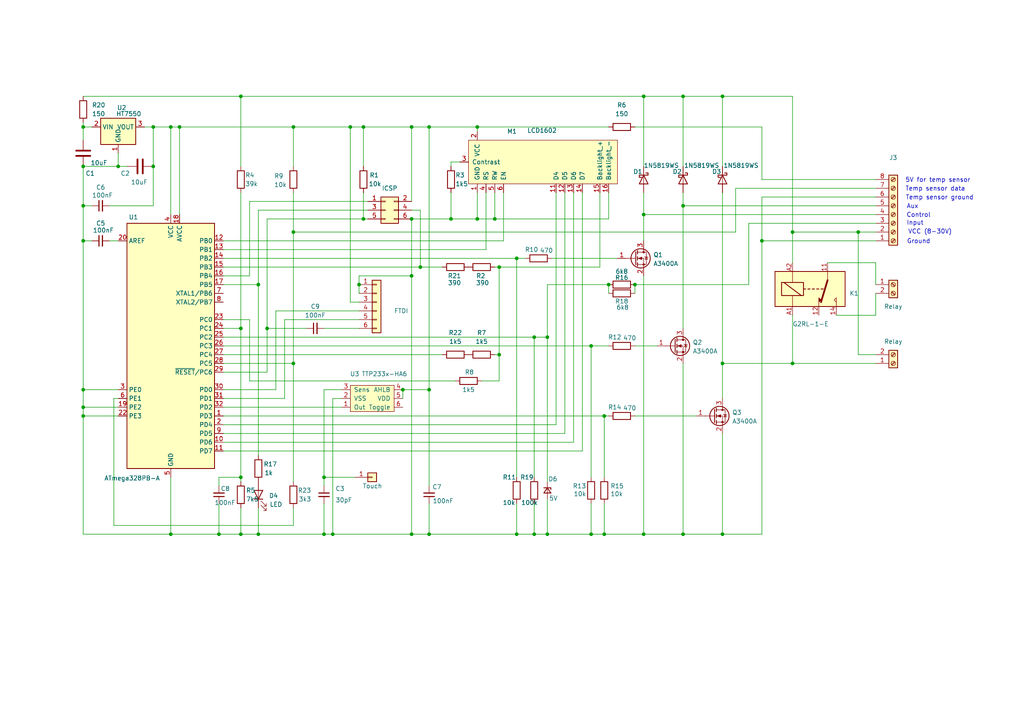
<source format=kicad_sch>
(kicad_sch (version 20231120) (generator "eeschema") (generator_version "8.0")
  (paper "A4")
  (title_block (title "ThermalOptimizer") (date "2025-03-02") (rev "1.1") (company "TheFloatingLab LLC") (comment 1 "Open Source under the GNU GENERAL PUBLIC LICENSE"))
  (lib_symbols
    (symbol "Connector:Screw_Terminal_01x02" (pin_names (offset 1.016) hide)
      (property "Reference" "J" (at 0 2.54 0))
      (property "Value" "Screw_Terminal_01x02" (at 0 -5.08 0))
      (symbol "Screw_Terminal_01x02_1_1"
        (rectangle (start -1.27 1.27) (end 1.27 -3.81) (stroke (width 0.254)) (fill (type background)))
        (circle (center 0 -2.54) (radius 0.635) (stroke (width 0.1524)))
        (polyline (pts (xy -0.5334 -2.2098) (xy 0.3302 -3.048)) (stroke (width 0.1524)))
        (polyline (pts (xy -0.5334 0.3302) (xy 0.3302 -0.508)) (stroke (width 0.1524)))
        (polyline (pts (xy -0.3556 -2.032) (xy 0.508 -2.8702)) (stroke (width 0.1524)))
        (polyline (pts (xy -0.3556 0.508) (xy 0.508 -0.3302)) (stroke (width 0.1524)))
        (circle (center 0 0) (radius 0.635) (stroke (width 0.1524)))
        (pin passive line (at -5.08 0 0) (length 3.81) (name "Pin_1") (number "1"))
        (pin passive line (at -5.08 -2.54 0) (length 3.81) (name "Pin_2") (number "2"))
      )
    )
    (symbol "Connector:Screw_Terminal_01x08" (pin_names (offset 1.016) hide)
      (property "Reference" "J" (at 0 10.16 0))
      (property "Value" "Screw_Terminal_01x08" (at 0 -12.7 0))
      (symbol "Screw_Terminal_01x08_1_1"
        (rectangle (start -1.27 8.89) (end 1.27 -11.43) (stroke (width 0.254)) (fill (type background)))
        (circle (center 0 -10.16) (radius 0.635) (stroke (width 0.1524)))
        (circle (center 0 -7.62) (radius 0.635) (stroke (width 0.1524)))
        (circle (center 0 -5.08) (radius 0.635) (stroke (width 0.1524)))
        (circle (center 0 -2.54) (radius 0.635) (stroke (width 0.1524)))
        (polyline (pts (xy -0.5334 -9.8298) (xy 0.3302 -10.668)) (stroke (width 0.1524)))
        (polyline (pts (xy -0.5334 -7.2898) (xy 0.3302 -8.128)) (stroke (width 0.1524)))
        (polyline (pts (xy -0.5334 -4.7498) (xy 0.3302 -5.588)) (stroke (width 0.1524)))
        (polyline (pts (xy -0.5334 -2.2098) (xy 0.3302 -3.048)) (stroke (width 0.1524)))
        (polyline (pts (xy -0.5334 0.3302) (xy 0.3302 -0.508)) (stroke (width 0.1524)))
        (polyline (pts (xy -0.5334 2.8702) (xy 0.3302 2.032)) (stroke (width 0.1524)))
        (polyline (pts (xy -0.5334 5.4102) (xy 0.3302 4.572)) (stroke (width 0.1524)))
        (polyline (pts (xy -0.5334 7.9502) (xy 0.3302 7.112)) (stroke (width 0.1524)))
        (polyline (pts (xy -0.3556 -9.652) (xy 0.508 -10.4902)) (stroke (width 0.1524)))
        (polyline (pts (xy -0.3556 -7.112) (xy 0.508 -7.9502)) (stroke (width 0.1524)))
        (polyline (pts (xy -0.3556 -4.572) (xy 0.508 -5.4102)) (stroke (width 0.1524)))
        (polyline (pts (xy -0.3556 -2.032) (xy 0.508 -2.8702)) (stroke (width 0.1524)))
        (polyline (pts (xy -0.3556 0.508) (xy 0.508 -0.3302)) (stroke (width 0.1524)))
        (polyline (pts (xy -0.3556 3.048) (xy 0.508 2.2098)) (stroke (width 0.1524)))
        (polyline (pts (xy -0.3556 5.588) (xy 0.508 4.7498)) (stroke (width 0.1524)))
        (polyline (pts (xy -0.3556 8.128) (xy 0.508 7.2898)) (stroke (width 0.1524)))
        (circle (center 0 0) (radius 0.635) (stroke (width 0.1524)))
        (circle (center 0 2.54) (radius 0.635) (stroke (width 0.1524)))
        (circle (center 0 5.08) (radius 0.635) (stroke (width 0.1524)))
        (circle (center 0 7.62) (radius 0.635) (stroke (width 0.1524)))
        (pin passive line (at -5.08 7.62 0) (length 3.81) (name "Pin_1") (number "1"))
        (pin passive line (at -5.08 5.08 0) (length 3.81) (name "Pin_2") (number "2"))
        (pin passive line (at -5.08 2.54 0) (length 3.81) (name "Pin_3") (number "3"))
        (pin passive line (at -5.08 0 0) (length 3.81) (name "Pin_4") (number "4"))
        (pin passive line (at -5.08 -2.54 0) (length 3.81) (name "Pin_5") (number "5"))
        (pin passive line (at -5.08 -5.08 0) (length 3.81) (name "Pin_6") (number "6"))
        (pin passive line (at -5.08 -7.62 0) (length 3.81) (name "Pin_7") (number "7"))
        (pin passive line (at -5.08 -10.16 0) (length 3.81) (name "Pin_8") (number "8"))
      )
    )
    (symbol "Connector_Generic:Conn_01x01" (pin_names (offset 1.016) hide)
      (property "Reference" "J" (at 0 2.54 0))
      (property "Value" "Conn_01x01" (at 0 -2.54 0))
      (symbol "Conn_01x01_1_1"
        (rectangle (start -1.27 0.127) (end 0 -0.127) (stroke (width 0.1524)))
        (rectangle (start -1.27 1.27) (end 1.27 -1.27) (stroke (width 0.254)) (fill (type background)))
        (pin passive line (at -5.08 0 0) (length 3.81) (name "Pin_1") (number "1"))
      )
    )
    (symbol "Connector_Generic:Conn_01x06" (pin_names (offset 1.016) hide)
      (property "Reference" "J" (at 0 7.62 0))
      (property "Value" "Conn_01x06" (at 0 -10.16 0))
      (symbol "Conn_01x06_1_1"
        (rectangle (start -1.27 -7.493) (end 0 -7.747) (stroke (width 0.1524)))
        (rectangle (start -1.27 -4.953) (end 0 -5.207) (stroke (width 0.1524)))
        (rectangle (start -1.27 -2.413) (end 0 -2.667) (stroke (width 0.1524)))
        (rectangle (start -1.27 0.127) (end 0 -0.127) (stroke (width 0.1524)))
        (rectangle (start -1.27 2.667) (end 0 2.413) (stroke (width 0.1524)))
        (rectangle (start -1.27 5.207) (end 0 4.953) (stroke (width 0.1524)))
        (rectangle (start -1.27 6.35) (end 1.27 -8.89) (stroke (width 0.254)) (fill (type background)))
        (pin passive line (at -5.08 5.08 0) (length 3.81) (name "Pin_1") (number "1"))
        (pin passive line (at -5.08 2.54 0) (length 3.81) (name "Pin_2") (number "2"))
        (pin passive line (at -5.08 0 0) (length 3.81) (name "Pin_3") (number "3"))
        (pin passive line (at -5.08 -2.54 0) (length 3.81) (name "Pin_4") (number "4"))
        (pin passive line (at -5.08 -5.08 0) (length 3.81) (name "Pin_5") (number "5"))
        (pin passive line (at -5.08 -7.62 0) (length 3.81) (name "Pin_6") (number "6"))
      )
    )
    (symbol "Connector_Generic:Conn_02x03_Odd_Even" (pin_names (offset 1.016) hide)
      (property "Reference" "J" (at 1.27 5.08 0))
      (property "Value" "Conn_02x03_Odd_Even" (at 1.27 -5.08 0))
      (symbol "Conn_02x03_Odd_Even_1_1"
        (rectangle (start -1.27 -2.413) (end 0 -2.667) (stroke (width 0.1524)))
        (rectangle (start -1.27 0.127) (end 0 -0.127) (stroke (width 0.1524)))
        (rectangle (start -1.27 2.667) (end 0 2.413) (stroke (width 0.1524)))
        (rectangle (start -1.27 3.81) (end 3.81 -3.81) (stroke (width 0.254)) (fill (type background)))
        (rectangle (start 3.81 -2.413) (end 2.54 -2.667) (stroke (width 0.1524)))
        (rectangle (start 3.81 0.127) (end 2.54 -0.127) (stroke (width 0.1524)))
        (rectangle (start 3.81 2.667) (end 2.54 2.413) (stroke (width 0.1524)))
        (pin passive line (at -5.08 2.54 0) (length 3.81) (name "Pin_1") (number "1"))
        (pin passive line (at 7.62 2.54 180) (length 3.81) (name "Pin_2") (number "2"))
        (pin passive line (at -5.08 0 0) (length 3.81) (name "Pin_3") (number "3"))
        (pin passive line (at 7.62 0 180) (length 3.81) (name "Pin_4") (number "4"))
        (pin passive line (at -5.08 -2.54 0) (length 3.81) (name "Pin_5") (number "5"))
        (pin passive line (at 7.62 -2.54 180) (length 3.81) (name "Pin_6") (number "6"))
      )
    )
    (symbol "Device:C" (pin_numbers hide) (pin_names (offset 0.254))
      (property "Reference" "C" (at 0.635 2.54 0))
      (property "Value" "C" (at 0.635 -2.54 0))
      (symbol "C_0_1"
        (polyline (pts (xy -2.032 -0.762) (xy 2.032 -0.762)) (stroke (width 0.508)))
        (polyline (pts (xy -2.032 0.762) (xy 2.032 0.762)) (stroke (width 0.508)))
      )
      (symbol "C_1_1"
        (pin passive line (at 0 3.81 270) (length 2.794) (name "~") (number "1"))
        (pin passive line (at 0 -3.81 90) (length 2.794) (name "~") (number "2"))
      )
    )
    (symbol "Device:C_Small" (pin_numbers hide) (pin_names (offset 0.254) hide)
      (property "Reference" "C" (at 0.254 1.778 0))
      (property "Value" "C_Small" (at 0.254 -2.032 0))
      (symbol "C_Small_0_1"
        (polyline (pts (xy -1.524 -0.508) (xy 1.524 -0.508)) (stroke (width 0.3302)))
        (polyline (pts (xy -1.524 0.508) (xy 1.524 0.508)) (stroke (width 0.3048)))
      )
      (symbol "C_Small_1_1"
        (pin passive line (at 0 2.54 270) (length 2.032) (name "~") (number "1"))
        (pin passive line (at 0 -2.54 90) (length 2.032) (name "~") (number "2"))
      )
    )
    (symbol "Device:D_Zener_Small" (pin_numbers hide) (pin_names (offset 0.254) hide)
      (property "Reference" "D" (at 0 2.286 0))
      (property "Value" "D_Zener_Small" (at 0 -2.286 0))
      (symbol "D_Zener_Small_0_1"
        (polyline (pts (xy 0.762 0) (xy -0.762 0)))
        (polyline (pts (xy -0.254 1.016) (xy -0.762 1.016) (xy -0.762 -1.016)) (stroke (width 0.254)))
        (polyline (pts (xy 0.762 1.016) (xy -0.762 0) (xy 0.762 -1.016) (xy 0.762 1.016)) (stroke (width 0.254)))
      )
      (symbol "D_Zener_Small_1_1"
        (pin passive line (at -2.54 0 0) (length 1.778) (name "K") (number "1"))
        (pin passive line (at 2.54 0 180) (length 1.778) (name "A") (number "2"))
      )
    )
    (symbol "Device:LED" (pin_numbers hide) (pin_names (offset 1.016) hide)
      (property "Reference" "D" (at 0 2.54 0))
      (property "Value" "LED" (at 0 -2.54 0))
      (symbol "LED_0_1"
        (polyline (pts (xy -1.27 -1.27) (xy -1.27 1.27)) (stroke (width 0.254)))
        (polyline (pts (xy -1.27 0) (xy 1.27 0)))
        (polyline (pts (xy 1.27 -1.27) (xy 1.27 1.27) (xy -1.27 0) (xy 1.27 -1.27)) (stroke (width 0.254)))
        (polyline (pts (xy -3.048 -0.762) (xy -4.572 -2.286) (xy -3.81 -2.286) (xy -4.572 -2.286) (xy -4.572 -1.524)))
        (polyline (pts (xy -1.778 -0.762) (xy -3.302 -2.286) (xy -2.54 -2.286) (xy -3.302 -2.286) (xy -3.302 -1.524)))
      )
      (symbol "LED_1_1"
        (pin passive line (at -3.81 0 0) (length 2.54) (name "K") (number "1"))
        (pin passive line (at 3.81 0 180) (length 2.54) (name "A") (number "2"))
      )
    )
    (symbol "Device:Q_NMOS_GSD" (pin_names (offset 0) hide)
      (property "Reference" "Q" (at 5.08 1.27 0))
      (property "Value" "Q_NMOS_GSD" (at 5.08 -1.27 0))
      (symbol "Q_NMOS_GSD_0_1"
        (polyline (pts (xy 0.254 0) (xy -2.54 0)))
        (polyline (pts (xy 0.254 1.905) (xy 0.254 -1.905)) (stroke (width 0.254)))
        (polyline (pts (xy 0.762 -1.27) (xy 0.762 -2.286)) (stroke (width 0.254)))
        (polyline (pts (xy 0.762 0.508) (xy 0.762 -0.508)) (stroke (width 0.254)))
        (polyline (pts (xy 0.762 2.286) (xy 0.762 1.27)) (stroke (width 0.254)))
        (polyline (pts (xy 2.54 2.54) (xy 2.54 1.778)))
        (polyline (pts (xy 2.54 -2.54) (xy 2.54 0) (xy 0.762 0)))
        (polyline (pts (xy 0.762 -1.778) (xy 3.302 -1.778) (xy 3.302 1.778) (xy 0.762 1.778)))
        (polyline (pts (xy 1.016 0) (xy 2.032 0.381) (xy 2.032 -0.381) (xy 1.016 0)) (fill (type outline)))
        (polyline (pts (xy 2.794 0.508) (xy 2.921 0.381) (xy 3.683 0.381) (xy 3.81 0.254)))
        (polyline (pts (xy 3.302 0.381) (xy 2.921 -0.254) (xy 3.683 -0.254) (xy 3.302 0.381)))
        (circle (center 1.651 0) (radius 2.794) (stroke (width 0.254)))
        (circle (center 2.54 -1.778) (radius 0.254) (fill (type outline)))
        (circle (center 2.54 1.778) (radius 0.254) (fill (type outline)))
      )
      (symbol "Q_NMOS_GSD_1_1"
        (pin input line (at -5.08 0 0) (length 2.54) (name "G") (number "1"))
        (pin passive line (at 2.54 -5.08 90) (length 2.54) (name "S") (number "2"))
        (pin passive line (at 2.54 5.08 270) (length 2.54) (name "D") (number "3"))
      )
    )
    (symbol "Device:R" (pin_numbers hide) (pin_names (offset 0))
      (property "Reference" "R" (at 2.032 0 90))
      (property "Value" "R" (at 0 0 90))
      (symbol "R_0_1"
        (rectangle (start -1.016 -2.54) (end 1.016 2.54) (stroke (width 0.254)))
      )
      (symbol "R_1_1"
        (pin passive line (at 0 3.81 270) (length 1.27) (name "~") (number "1"))
        (pin passive line (at 0 -3.81 90) (length 1.27) (name "~") (number "2"))
      )
    )
    (symbol "Diode:1N5819WS" (pin_numbers hide) (pin_names (offset 1.016) hide)
      (property "Reference" "D" (at 0 2.54 0))
      (property "Value" "1N5819WS" (at 0 -2.54 0))
      (symbol "1N5819WS_0_1"
        (polyline (pts (xy 1.27 0) (xy -1.27 0)))
        (polyline (pts (xy 1.27 1.27) (xy 1.27 -1.27) (xy -1.27 0) (xy 1.27 1.27)) (stroke (width 0.254)))
        (polyline (pts (xy -1.905 0.635) (xy -1.905 1.27) (xy -1.27 1.27) (xy -1.27 -1.27) (xy -0.635 -1.27) (xy -0.635 -0.635)) (stroke (width 0.254)))
      )
      (symbol "1N5819WS_1_1"
        (pin passive line (at -3.81 0 0) (length 2.54) (name "K") (number "1"))
        (pin passive line (at 3.81 0 180) (length 2.54) (name "A") (number "2"))
      )
    )
    (symbol "MCU_Microchip_ATmega:ATmega328PB-A"
      (property "Reference" "U" (at -12.7 36.83 0))
      (property "Value" "ATmega328PB-A" (at 2.54 -36.83 0))
      (symbol "ATmega328PB-A_0_1"
        (rectangle (start -12.7 -35.56) (end 12.7 35.56) (stroke (width 0.254)) (fill (type background)))
      )
      (symbol "ATmega328PB-A_1_1"
        (pin bidirectional line (at 15.24 -20.32 180) (length 2.54) (name "PD3") (number "1"))
        (pin bidirectional line (at 15.24 -27.94 180) (length 2.54) (name "PD6") (number "10"))
        (pin bidirectional line (at 15.24 -30.48 180) (length 2.54) (name "PD7") (number "11"))
        (pin bidirectional line (at 15.24 30.48 180) (length 2.54) (name "PB0") (number "12"))
        (pin bidirectional line (at 15.24 27.94 180) (length 2.54) (name "PB1") (number "13"))
        (pin bidirectional line (at 15.24 25.4 180) (length 2.54) (name "PB2") (number "14"))
        (pin bidirectional line (at 15.24 22.86 180) (length 2.54) (name "PB3") (number "15"))
        (pin bidirectional line (at 15.24 20.32 180) (length 2.54) (name "PB4") (number "16"))
        (pin bidirectional line (at 15.24 17.78 180) (length 2.54) (name "PB5") (number "17"))
        (pin power_in line (at 2.54 38.1 270) (length 2.54) (name "AVCC") (number "18"))
        (pin bidirectional line (at -15.24 -17.78 0) (length 2.54) (name "PE2") (number "19"))
        (pin bidirectional line (at 15.24 -22.86 180) (length 2.54) (name "PD4") (number "2"))
        (pin passive line (at -15.24 30.48 0) (length 2.54) (name "AREF") (number "20"))
        (pin passive line (at 0 -38.1 90) (length 2.54) hide (name "GND") (number "21"))
        (pin bidirectional line (at -15.24 -20.32 0) (length 2.54) (name "PE3") (number "22"))
        (pin bidirectional line (at 15.24 7.62 180) (length 2.54) (name "PC0") (number "23"))
        (pin bidirectional line (at 15.24 5.08 180) (length 2.54) (name "PC1") (number "24"))
        (pin bidirectional line (at 15.24 2.54 180) (length 2.54) (name "PC2") (number "25"))
        (pin bidirectional line (at 15.24 0 180) (length 2.54) (name "PC3") (number "26"))
        (pin bidirectional line (at 15.24 -2.54 180) (length 2.54) (name "PC4") (number "27"))
        (pin bidirectional line (at 15.24 -5.08 180) (length 2.54) (name "PC5") (number "28"))
        (pin bidirectional line (at 15.24 -7.62 180) (length 2.54) (name "~{RESET}/PC6") (number "29"))
        (pin bidirectional line (at -15.24 -12.7 0) (length 2.54) (name "PE0") (number "3"))
        (pin bidirectional line (at 15.24 -12.7 180) (length 2.54) (name "PD0") (number "30"))
        (pin bidirectional line (at 15.24 -15.24 180) (length 2.54) (name "PD1") (number "31"))
        (pin bidirectional line (at 15.24 -17.78 180) (length 2.54) (name "PD2") (number "32"))
        (pin power_in line (at 0 38.1 270) (length 2.54) (name "VCC") (number "4"))
        (pin power_in line (at 0 -38.1 90) (length 2.54) (name "GND") (number "5"))
        (pin bidirectional line (at -15.24 -15.24 0) (length 2.54) (name "PE1") (number "6"))
        (pin bidirectional line (at 15.24 15.24 180) (length 2.54) (name "XTAL1/PB6") (number "7"))
        (pin bidirectional line (at 15.24 12.7 180) (length 2.54) (name "XTAL2/PB7") (number "8"))
        (pin bidirectional line (at 15.24 -25.4 180) (length 2.54) (name "PD5") (number "9"))
      )
    )
    (symbol "Regulator_Linear:HT75xx-1-SOT89"
      (property "Reference" "U" (at -5.08 -3.81 0))
      (property "Value" "HT75xx-1-SOT89" (at 0 6.35 0))
      (symbol "HT75xx-1-SOT89_0_1"
        (rectangle (start -5.08 5.08) (end 5.08 -2.54) (stroke (width 0.254)) (fill (type background)))
      )
      (symbol "HT75xx-1-SOT89_1_1"
        (pin power_in line (at 0 -5.08 90) (length 2.54) (name "GND") (number "1"))
        (pin power_in line (at -7.62 2.54 0) (length 2.54) (name "VIN") (number "2"))
        (pin power_out line (at 7.62 2.54 180) (length 2.54) (name "VOUT") (number "3"))
      )
    )
    (symbol "Relay:G2RL-1-E"
      (property "Reference" "K" (at 11.43 3.81 0))
      (property "Value" "G2RL-1-E" (at 11.43 1.27 0))
      (symbol "G2RL-1-E_0_0"
        (polyline (pts (xy 7.62 5.08) (xy 7.62 2.54) (xy 6.985 3.175) (xy 7.62 3.81)))
      )
      (symbol "G2RL-1-E_0_1"
        (rectangle (start -10.16 5.08) (end 10.16 -5.08) (stroke (width 0.254)) (fill (type background)))
        (rectangle (start -8.255 1.905) (end -1.905 -1.905) (stroke (width 0.254)))
        (polyline (pts (xy -7.62 -1.905) (xy -2.54 1.905)) (stroke (width 0.254)))
        (polyline (pts (xy -5.08 -5.08) (xy -5.08 -1.905)))
        (polyline (pts (xy -5.08 5.08) (xy -5.08 1.905)))
        (polyline (pts (xy -1.905 0) (xy -1.27 0)) (stroke (width 0.254)))
        (polyline (pts (xy -0.635 0) (xy 0 0)) (stroke (width 0.254)))
        (polyline (pts (xy 0.635 0) (xy 1.27 0)) (stroke (width 0.254)))
        (polyline (pts (xy 1.905 0) (xy 2.54 0)) (stroke (width 0.254)))
        (polyline (pts (xy 3.175 0) (xy 3.81 0)) (stroke (width 0.254)))
        (polyline (pts (xy 5.08 -2.54) (xy 3.175 3.81)) (stroke (width 0.508)))
        (polyline (pts (xy 5.08 -2.54) (xy 5.08 -5.08)))
        (polyline (pts (xy 2.54 5.08) (xy 2.54 2.54) (xy 3.175 3.175) (xy 2.54 3.81)) (fill (type outline)))
      )
      (symbol "G2RL-1-E_1_1"
        (pin passive line (at 5.08 -7.62 90) (length 2.54) (name "~") (number "11"))
        (pin passive line (at 2.54 7.62 270) (length 2.54) (name "~") (number "12"))
        (pin passive line (at 7.62 7.62 270) (length 2.54) (name "~") (number "14"))
        (pin passive line (at -5.08 7.62 270) (length 2.54) (name "~") (number "A1"))
        (pin passive line (at -5.08 -7.62 90) (length 2.54) (name "~") (number "A2"))
      )
    )
    (symbol "lcd1602:LCD1602Asp-New_Library" (pin_names (offset 1.016))
      (property "Reference" "M" (at 0 -2.54 0))
      (property "Value" "New_Library_LCD1602Asp" (at 0 0 0))
      (symbol "LCD1602Asp-New_Library_0_1"
        (rectangle (start -24.13 3.81) (end 19.05 -8.89) (fill (type background)))
      )
      (symbol "LCD1602Asp-New_Library_1_1"
        (pin power_in line (at -21.59 -11.43 90) (length 2.54) (name "GND") (number "1"))
        (pin bidirectional line (at 1.27 -11.43 90) (length 2.54) (name "D4") (number "11"))
        (pin bidirectional line (at 3.81 -11.43 90) (length 2.54) (name "D5") (number "12"))
        (pin bidirectional line (at 6.35 -11.43 90) (length 2.54) (name "D6") (number "13"))
        (pin bidirectional line (at 8.89 -11.43 90) (length 2.54) (name "D7") (number "14"))
        (pin input line (at 13.97 -11.43 90) (length 2.54) (name "Backlight_+") (number "15"))
        (pin input line (at 16.51 -11.43 90) (length 2.54) (name "Backlight_-") (number "16"))
        (pin power_in line (at -21.59 6.35 270) (length 2.54) (name "VCC") (number "2"))
        (pin input line (at -26.67 -2.54 0) (length 2.54) (name "Contrast") (number "3"))
        (pin input line (at -19.05 -11.43 90) (length 2.54) (name "RS") (number "4"))
        (pin input line (at -16.51 -11.43 90) (length 2.54) (name "RW") (number "5"))
        (pin input line (at -13.97 -11.43 90) (length 2.54) (name "EN") (number "6"))
      )
    )
    (symbol "tfl_ttp233x-HA6:TTP233x-HA6-New_Library" (pin_names (offset 1.016))
      (property "Reference" "U" (at 0 7.62 0))
      (property "Value" "New_Library_TTP233x-HA6" (at 0 5.08 0))
      (symbol "TTP233x-HA6-New_Library_0_1"
        (polyline (pts (xy -6.35 3.81) (xy -6.35 -3.81) (xy 6.35 -3.81) (xy 6.35 3.81) (xy -6.35 3.81)) (fill (type background)))
      )
      (symbol "TTP233x-HA6-New_Library_1_1"
        (pin output line (at -8.89 2.54 0) (length 2.54) (name "Out") (number "1"))
        (pin power_in line (at -8.89 0 0) (length 2.54) (name "VSS") (number "2"))
        (pin input line (at -8.89 -2.54 0) (length 2.54) (name "Sens") (number "3"))
        (pin input line (at 8.89 -2.54 180) (length 2.54) (name "AHLB") (number "4"))
        (pin power_in line (at 8.89 0 180) (length 2.54) (name "VDD") (number "5"))
        (pin input line (at 8.89 2.54 180) (length 2.54) (name "Toggle") (number "6"))
      )
    )
  )
  (junction (at 44.45 36.83))
  (junction (at 176.53 82.55))
  (junction (at 229.87 67.31))
  (junction (at 124.46 113.03))
  (junction (at 124.46 154.94))
  (junction (at 24.13 118.11))
  (junction (at 220.98 69.85))
  (junction (at 154.94 154.94))
  (junction (at 144.78 102.87))
  (junction (at 121.92 77.47))
  (junction (at 24.13 113.03))
  (junction (at 209.55 154.94))
  (junction (at 101.6 36.83))
  (junction (at 209.55 27.94))
  (junction (at 171.45 100.33))
  (junction (at 119.38 36.83))
  (junction (at 138.43 63.5))
  (junction (at 49.53 154.94))
  (junction (at 105.41 36.83))
  (junction (at 24.13 59.69))
  (junction (at 93.98 154.94))
  (junction (at 171.45 154.94))
  (junction (at 24.13 69.85))
  (junction (at 93.98 138.43))
  (junction (at 49.53 36.83))
  (junction (at 198.12 154.94))
  (junction (at 52.07 36.83))
  (junction (at 149.86 154.94))
  (junction (at 186.69 154.94))
  (junction (at 186.69 27.94))
  (junction (at 74.93 154.94))
  (junction (at 143.51 63.5))
  (junction (at 209.55 105.41))
  (junction (at 24.13 36.83))
  (junction (at 85.09 105.41))
  (junction (at 119.38 154.94))
  (junction (at 198.12 27.94))
  (junction (at 63.5 154.94))
  (junction (at 119.38 63.5))
  (junction (at 96.52 154.94))
  (junction (at 34.29 48.26))
  (junction (at 184.15 82.55))
  (junction (at 149.86 74.93))
  (junction (at 119.38 80.01))
  (junction (at 69.85 95.25))
  (junction (at 69.85 138.43))
  (junction (at 186.69 62.23))
  (junction (at 85.09 36.83))
  (junction (at 154.94 97.79))
  (junction (at 24.13 48.26))
  (junction (at 104.14 82.55))
  (junction (at 130.81 63.5))
  (junction (at 138.43 36.83))
  (junction (at 158.75 154.94))
  (junction (at 77.47 95.25))
  (junction (at 158.75 97.79))
  (junction (at 69.85 154.94))
  (junction (at 124.46 36.83))
  (junction (at 85.09 67.31))
  (junction (at 198.12 59.69))
  (junction (at 144.78 77.47))
  (junction (at 229.87 105.41))
  (junction (at 24.13 120.65))
  (junction (at 175.26 154.94))
  (junction (at 74.93 82.55))
  (junction (at 248.92 67.31))
  (junction (at 116.84 113.03))
  (junction (at 69.85 27.94))
  (junction (at 105.41 63.5))
  (junction (at 44.45 48.26))
  (junction (at 175.26 120.65))
  (wire (pts (xy 93.98 138.43) (xy 93.98 140.97)))
  (wire (pts (xy 254 91.44) (xy 242.57 91.44)))
  (wire (pts (xy 72.39 110.49) (xy 132.08 110.49)))
  (wire (pts (xy 64.77 92.71) (xy 72.39 92.71)))
  (wire (pts (xy 116.84 113.03) (xy 124.46 113.03)))
  (wire (pts (xy 64.77 125.73) (xy 163.83 125.73)))
  (wire (pts (xy 24.13 36.83) (xy 26.67 36.83)))
  (wire (pts (xy 85.09 105.41) (xy 85.09 139.7)))
  (wire (pts (xy 184.15 100.33) (xy 190.5 100.33)))
  (wire (pts (xy 171.45 100.33) (xy 171.45 138.43)))
  (wire (pts (xy 119.38 80.01) (xy 119.38 154.94)))
  (wire (pts (xy 119.38 58.42) (xy 119.38 36.83)))
  (wire (pts (xy 69.85 147.32) (xy 69.85 154.94)))
  (wire (pts (xy 254 54.61) (xy 213.36 54.61)))
  (wire (pts (xy 74.93 82.55) (xy 64.77 82.55)))
  (wire (pts (xy 44.45 36.83) (xy 49.53 36.83)))
  (wire (pts (xy 64.77 105.41) (xy 85.09 105.41)))
  (wire (pts (xy 24.13 48.26) (xy 34.29 48.26)))
  (wire (pts (xy 209.55 154.94) (xy 198.12 154.94)))
  (wire (pts (xy 248.92 102.87) (xy 248.92 67.31)))
  (wire (pts (xy 64.77 97.79) (xy 154.94 97.79)))
  (wire (pts (xy 209.55 125.73) (xy 209.55 154.94)))
  (wire (pts (xy 116.84 113.03) (xy 116.84 115.57)))
  (wire (pts (xy 124.46 154.94) (xy 149.86 154.94)))
  (wire (pts (xy 24.13 69.85) (xy 24.13 113.03)))
  (wire (pts (xy 184.15 36.83) (xy 220.98 36.83)))
  (wire (pts (xy 198.12 27.94) (xy 186.69 27.94)))
  (wire (pts (xy 74.93 147.32) (xy 74.93 154.94)))
  (wire (pts (xy 184.15 82.55) (xy 184.15 85.09)))
  (wire (pts (xy 101.6 36.83) (xy 105.41 36.83)))
  (wire (pts (xy 33.02 115.57) (xy 33.02 152.4)))
  (wire (pts (xy 64.77 80.01) (xy 72.39 80.01)))
  (wire (pts (xy 69.85 95.25) (xy 64.77 95.25)))
  (wire (pts (xy 176.53 63.5) (xy 176.53 55.88)))
  (wire (pts (xy 186.69 55.88) (xy 186.69 62.23)))
  (wire (pts (xy 198.12 154.94) (xy 186.69 154.94)))
  (wire (pts (xy 77.47 95.25) (xy 88.9 95.25)))
  (wire (pts (xy 101.6 87.63) (xy 101.6 36.83)))
  (wire (pts (xy 119.38 60.96) (xy 121.92 60.96)))
  (wire (pts (xy 229.87 105.41) (xy 209.55 105.41)))
  (wire (pts (xy 105.41 36.83) (xy 119.38 36.83)))
  (wire (pts (xy 130.81 55.88) (xy 130.81 63.5)))
  (wire (pts (xy 198.12 59.69) (xy 254 59.69)))
  (wire (pts (xy 72.39 92.71) (xy 72.39 110.49)))
  (wire (pts (xy 80.01 113.03) (xy 80.01 90.17)))
  (wire (pts (xy 24.13 154.94) (xy 49.53 154.94)))
  (wire (pts (xy 220.98 57.15) (xy 220.98 69.85)))
  (wire (pts (xy 240.03 76.2) (xy 254 76.2)))
  (wire (pts (xy 158.75 97.79) (xy 158.75 82.55)))
  (wire (pts (xy 209.55 55.88) (xy 209.55 105.41)))
  (wire (pts (xy 64.77 77.47) (xy 121.92 77.47)))
  (wire (pts (xy 175.26 120.65) (xy 175.26 138.43)))
  (wire (pts (xy 209.55 154.94) (xy 220.98 154.94)))
  (wire (pts (xy 64.77 107.95) (xy 77.47 107.95)))
  (wire (pts (xy 104.14 82.55) (xy 104.14 80.01)))
  (wire (pts (xy 85.09 48.26) (xy 85.09 36.83)))
  (wire (pts (xy 119.38 63.5) (xy 119.38 80.01)))
  (wire (pts (xy 138.43 36.83) (xy 138.43 38.1)))
  (wire (pts (xy 52.07 36.83) (xy 85.09 36.83)))
  (wire (pts (xy 74.93 154.94) (xy 93.98 154.94)))
  (wire (pts (xy 133.35 46.99) (xy 130.81 46.99)))
  (wire (pts (xy 209.55 27.94) (xy 198.12 27.94)))
  (wire (pts (xy 49.53 154.94) (xy 49.53 138.43)))
  (wire (pts (xy 209.55 48.26) (xy 209.55 27.94)))
  (wire (pts (xy 24.13 69.85) (xy 26.67 69.85)))
  (wire (pts (xy 49.53 154.94) (xy 63.5 154.94)))
  (wire (pts (xy 124.46 36.83) (xy 138.43 36.83)))
  (wire (pts (xy 154.94 97.79) (xy 158.75 97.79)))
  (wire (pts (xy 34.29 48.26) (xy 36.83 48.26)))
  (wire (pts (xy 24.13 118.11) (xy 24.13 120.65)))
  (wire (pts (xy 154.94 97.79) (xy 154.94 138.43)))
  (wire (pts (xy 254 102.87) (xy 248.92 102.87)))
  (wire (pts (xy 24.13 40.64) (xy 24.13 36.83)))
  (wire (pts (xy 104.14 82.55) (xy 104.14 85.09)))
  (wire (pts (xy 69.85 55.88) (xy 69.85 95.25)))
  (wire (pts (xy 24.13 59.69) (xy 26.67 59.69)))
  (wire (pts (xy 119.38 154.94) (xy 124.46 154.94)))
  (wire (pts (xy 64.77 113.03) (xy 80.01 113.03)))
  (wire (pts (xy 144.78 77.47) (xy 173.99 77.47)))
  (wire (pts (xy 220.98 36.83) (xy 220.98 52.07)))
  (wire (pts (xy 149.86 74.93) (xy 149.86 138.43)))
  (wire (pts (xy 63.5 140.97) (xy 63.5 138.43)))
  (wire (pts (xy 104.14 87.63) (xy 101.6 87.63)))
  (wire (pts (xy 69.85 27.94) (xy 69.85 48.26)))
  (wire (pts (xy 24.13 27.94) (xy 69.85 27.94)))
  (wire (pts (xy 168.91 130.81) (xy 168.91 55.88)))
  (wire (pts (xy 74.93 82.55) (xy 74.93 132.08)))
  (wire (pts (xy 176.53 82.55) (xy 176.53 85.09)))
  (wire (pts (xy 171.45 154.94) (xy 158.75 154.94)))
  (wire (pts (xy 64.77 72.39) (xy 140.97 72.39)))
  (wire (pts (xy 124.46 36.83) (xy 124.46 113.03)))
  (wire (pts (xy 82.55 115.57) (xy 82.55 92.71)))
  (wire (pts (xy 64.77 115.57) (xy 82.55 115.57)))
  (wire (pts (xy 82.55 92.71) (xy 104.14 92.71)))
  (wire (pts (xy 254 64.77) (xy 217.17 64.77)))
  (wire (pts (xy 229.87 105.41) (xy 229.87 91.44)))
  (wire (pts (xy 124.46 146.05) (xy 124.46 154.94)))
  (wire (pts (xy 85.09 36.83) (xy 101.6 36.83)))
  (wire (pts (xy 64.77 130.81) (xy 168.91 130.81)))
  (wire (pts (xy 63.5 138.43) (xy 69.85 138.43)))
  (wire (pts (xy 154.94 154.94) (xy 149.86 154.94)))
  (wire (pts (xy 69.85 154.94) (xy 74.93 154.94)))
  (wire (pts (xy 166.37 128.27) (xy 166.37 55.88)))
  (wire (pts (xy 119.38 36.83) (xy 124.46 36.83)))
  (wire (pts (xy 24.13 59.69) (xy 24.13 69.85)))
  (wire (pts (xy 52.07 36.83) (xy 52.07 62.23)))
  (wire (pts (xy 63.5 146.05) (xy 63.5 154.94)))
  (wire (pts (xy 154.94 146.05) (xy 154.94 154.94)))
  (wire (pts (xy 64.77 120.65) (xy 175.26 120.65)))
  (wire (pts (xy 149.86 74.93) (xy 152.4 74.93)))
  (wire (pts (xy 69.85 27.94) (xy 186.69 27.94)))
  (wire (pts (xy 198.12 48.26) (xy 198.12 27.94)))
  (wire (pts (xy 121.92 60.96) (xy 121.92 77.47)))
  (wire (pts (xy 158.75 144.78) (xy 158.75 154.94)))
  (wire (pts (xy 186.69 62.23) (xy 186.69 69.85)))
  (wire (pts (xy 124.46 113.03) (xy 124.46 140.97)))
  (wire (pts (xy 198.12 59.69) (xy 198.12 95.25)))
  (wire (pts (xy 186.69 80.01) (xy 186.69 154.94)))
  (wire (pts (xy 85.09 67.31) (xy 85.09 105.41)))
  (wire (pts (xy 229.87 67.31) (xy 229.87 27.94)))
  (wire (pts (xy 33.02 152.4) (xy 85.09 152.4)))
  (wire (pts (xy 34.29 44.45) (xy 34.29 48.26)))
  (wire (pts (xy 143.51 55.88) (xy 143.51 63.5)))
  (wire (pts (xy 24.13 113.03) (xy 34.29 113.03)))
  (wire (pts (xy 24.13 120.65) (xy 34.29 120.65)))
  (wire (pts (xy 24.13 113.03) (xy 24.13 118.11)))
  (wire (pts (xy 93.98 154.94) (xy 96.52 154.94)))
  (wire (pts (xy 254 76.2) (xy 254 82.55)))
  (wire (pts (xy 198.12 55.88) (xy 198.12 59.69)))
  (wire (pts (xy 175.26 154.94) (xy 171.45 154.94)))
  (wire (pts (xy 173.99 55.88) (xy 173.99 77.47)))
  (wire (pts (xy 24.13 48.26) (xy 24.13 59.69)))
  (wire (pts (xy 144.78 102.87) (xy 144.78 110.49)))
  (wire (pts (xy 209.55 105.41) (xy 209.55 115.57)))
  (wire (pts (xy 254 105.41) (xy 229.87 105.41)))
  (wire (pts (xy 34.29 115.57) (xy 33.02 115.57)))
  (wire (pts (xy 96.52 154.94) (xy 119.38 154.94)))
  (wire (pts (xy 85.09 147.32) (xy 85.09 152.4)))
  (wire (pts (xy 175.26 146.05) (xy 175.26 154.94)))
  (wire (pts (xy 144.78 77.47) (xy 144.78 102.87)))
  (wire (pts (xy 77.47 95.25) (xy 77.47 107.95)))
  (wire (pts (xy 149.86 146.05) (xy 149.86 154.94)))
  (wire (pts (xy 93.98 113.03) (xy 99.06 113.03)))
  (wire (pts (xy 44.45 48.26) (xy 44.45 59.69)))
  (wire (pts (xy 176.53 36.83) (xy 138.43 36.83)))
  (wire (pts (xy 106.68 60.96) (xy 74.93 60.96)))
  (wire (pts (xy 121.92 77.47) (xy 128.27 77.47)))
  (wire (pts (xy 106.68 63.5) (xy 105.41 63.5)))
  (wire (pts (xy 213.36 67.31) (xy 213.36 54.61)))
  (wire (pts (xy 175.26 120.65) (xy 176.53 120.65)))
  (wire (pts (xy 64.77 123.19) (xy 161.29 123.19)))
  (wire (pts (xy 96.52 115.57) (xy 96.52 154.94)))
  (wire (pts (xy 163.83 125.73) (xy 163.83 55.88)))
  (wire (pts (xy 93.98 146.05) (xy 93.98 154.94)))
  (wire (pts (xy 198.12 105.41) (xy 198.12 154.94)))
  (wire (pts (xy 69.85 95.25) (xy 69.85 138.43)))
  (wire (pts (xy 171.45 146.05) (xy 171.45 154.94)))
  (wire (pts (xy 184.15 120.65) (xy 201.93 120.65)))
  (wire (pts (xy 186.69 62.23) (xy 254 62.23)))
  (wire (pts (xy 72.39 58.42) (xy 106.68 58.42)))
  (wire (pts (xy 24.13 35.56) (xy 24.13 36.83)))
  (wire (pts (xy 119.38 63.5) (xy 130.81 63.5)))
  (wire (pts (xy 49.53 36.83) (xy 52.07 36.83)))
  (wire (pts (xy 24.13 118.11) (xy 34.29 118.11)))
  (wire (pts (xy 31.75 59.69) (xy 44.45 59.69)))
  (wire (pts (xy 220.98 69.85) (xy 220.98 154.94)))
  (wire (pts (xy 209.55 27.94) (xy 229.87 27.94)))
  (wire (pts (xy 171.45 100.33) (xy 176.53 100.33)))
  (wire (pts (xy 158.75 154.94) (xy 154.94 154.94)))
  (wire (pts (xy 85.09 67.31) (xy 213.36 67.31)))
  (wire (pts (xy 104.14 80.01) (xy 119.38 80.01)))
  (wire (pts (xy 85.09 55.88) (xy 85.09 67.31)))
  (wire (pts (xy 229.87 76.2) (xy 229.87 67.31)))
  (wire (pts (xy 77.47 63.5) (xy 77.47 95.25)))
  (wire (pts (xy 158.75 82.55) (xy 176.53 82.55)))
  (wire (pts (xy 64.77 118.11) (xy 99.06 118.11)))
  (wire (pts (xy 254 57.15) (xy 220.98 57.15)))
  (wire (pts (xy 138.43 63.5) (xy 143.51 63.5)))
  (wire (pts (xy 49.53 36.83) (xy 49.53 62.23)))
  (wire (pts (xy 105.41 36.83) (xy 105.41 48.26)))
  (wire (pts (xy 80.01 90.17) (xy 104.14 90.17)))
  (wire (pts (xy 74.93 60.96) (xy 74.93 82.55)))
  (wire (pts (xy 254 85.09) (xy 254 91.44)))
  (wire (pts (xy 143.51 63.5) (xy 176.53 63.5)))
  (wire (pts (xy 160.02 74.93) (xy 179.07 74.93)))
  (wire (pts (xy 44.45 36.83) (xy 41.91 36.83)))
  (wire (pts (xy 143.51 102.87) (xy 144.78 102.87)))
  (wire (pts (xy 31.75 69.85) (xy 34.29 69.85)))
  (wire (pts (xy 130.81 46.99) (xy 130.81 48.26)))
  (wire (pts (xy 186.69 154.94) (xy 175.26 154.94)))
  (wire (pts (xy 44.45 36.83) (xy 44.45 48.26)))
  (wire (pts (xy 248.92 67.31) (xy 254 67.31)))
  (wire (pts (xy 99.06 115.57) (xy 96.52 115.57)))
  (wire (pts (xy 140.97 72.39) (xy 140.97 55.88)))
  (wire (pts (xy 130.81 63.5) (xy 138.43 63.5)))
  (wire (pts (xy 64.77 74.93) (xy 149.86 74.93)))
  (wire (pts (xy 64.77 69.85) (xy 146.05 69.85)))
  (wire (pts (xy 146.05 69.85) (xy 146.05 55.88)))
  (wire (pts (xy 69.85 138.43) (xy 69.85 139.7)))
  (wire (pts (xy 186.69 48.26) (xy 186.69 27.94)))
  (wire (pts (xy 72.39 58.42) (xy 72.39 80.01)))
  (wire (pts (xy 158.75 97.79) (xy 158.75 139.7)))
  (wire (pts (xy 161.29 55.88) (xy 161.29 123.19)))
  (wire (pts (xy 138.43 55.88) (xy 138.43 63.5)))
  (wire (pts (xy 217.17 82.55) (xy 217.17 64.77)))
  (wire (pts (xy 254 52.07) (xy 220.98 52.07)))
  (wire (pts (xy 143.51 77.47) (xy 144.78 77.47)))
  (wire (pts (xy 220.98 69.85) (xy 254 69.85)))
  (wire (pts (xy 63.5 154.94) (xy 69.85 154.94)))
  (wire (pts (xy 139.7 110.49) (xy 144.78 110.49)))
  (wire (pts (xy 93.98 95.25) (xy 104.14 95.25)))
  (wire (pts (xy 184.15 82.55) (xy 217.17 82.55)))
  (wire (pts (xy 64.77 128.27) (xy 166.37 128.27)))
  (wire (pts (xy 229.87 67.31) (xy 248.92 67.31)))
  (wire (pts (xy 77.47 63.5) (xy 105.41 63.5)))
  (wire (pts (xy 64.77 102.87) (xy 128.27 102.87)))
  (wire (pts (xy 93.98 113.03) (xy 93.98 138.43)))
  (wire (pts (xy 24.13 120.65) (xy 24.13 154.94)))
  (wire (pts (xy 64.77 100.33) (xy 171.45 100.33)))
  (wire (pts (xy 93.98 138.43) (xy 102.87 138.43)))
  (wire (pts (xy 105.41 55.88) (xy 105.41 63.5)))
  (text "Aux" (at 264.668 59.944 0) (effects (font (size 1.27 1.27))))
  (text "5V for temp sensor" (at 272.034 52.324 0) (effects (font (size 1.27 1.27))))
  (text "Temp sensor data" (at 271.272 54.864 0) (effects (font (size 1.27 1.27))))
  (text "Ground" (at 266.446 70.104 0) (effects (font (size 1.27 1.27))))
  (text "Temp sensor ground" (at 272.542 57.404 0) (effects (font (size 1.27 1.27))))
  (text "VCC (8-30V)" (at 269.748 67.31 0) (effects (font (size 1.27 1.27))))
  (text "Input" (at 265.43 64.77 0) (effects (font (size 1.27 1.27))))
  (text "Control" (at 266.446 62.484 0) (effects (font (size 1.27 1.27))))
  (symbol (lib_id "Device:C") (at 40.64 48.26 90) (unit 1)
    (property "Reference" "C2" (at 36.322 50.292 90))
    (property "Value" "10uF" (at 40.386 52.832 90))
    (property "Footprint" "Capacitor_SMD:C_0603_1608Metric" (effects (hide yes)))
    (property "Description" "Unpolarized capacitor" (effects (hide yes)))
    (property "LCSC" "C19702" (effects (hide yes)))
  )
  (symbol (lib_id "Connector:Screw_Terminal_01x02") (at 259.08 82.55 0) (unit 1) (in_bom no)
    (property "Reference" "J4" (effects (hide yes)))
    (property "Value" "Relay" (at 259.08 88.9 0))
    (property "Footprint" "TerminalBlock_Phoenix:TerminalBlock_Phoenix_MKDS-1,5-2_1x02_P5.00mm_Horizontal" (effects (hide yes)))
    (property "Description" "Generic screw terminal, single row, 01x02, script generated (kicad-library-utils/schlib/autogen/connector/)" (effects (hide yes)))
  )
  (symbol (lib_id "Regulator_Linear:HT75xx-1-SOT89") (at 34.29 39.37 0) (unit 1)
    (property "Reference" "U2" (at 35.306 31.242 0))
    (property "Value" "HT7550" (at 37.338 33.02 0))
    (property "Footprint" "Package_TO_SOT_SMD:SOT-89-3" (effects (hide yes)))
    (property "Datasheet" "https://www.holtek.com/documents/10179/116711/HT75xx-1v250.pdf" (effects (hide yes)))
    (property "Description" "100mA Low Dropout Voltage Regulator, Fixed Output, SOT89" (effects (hide yes)))
    (property "LCSC" "C16106" (effects (hide yes)))
  )
  (symbol (lib_id "Device:R") (at 156.21 74.93 90) (unit 1)
    (property "Reference" "R10" (at 154.178 72.39 90))
    (property "Value" "470" (at 158.496 72.644 90))
    (property "Footprint" "Resistor_SMD:R_0603_1608Metric" (effects (hide yes)))
    (property "Description" "Resistor" (effects (hide yes)))
    (property "LCSC" "C23179" (effects (hide yes)))
  )
  (symbol (lib_id "Diode:1N5819WS") (at 209.55 52.07 270) (unit 1)
    (property "Reference" "D3" (at 206.502 49.784 90) (effects (justify left)))
    (property "Value" "1N5819WS" (at 209.804 48.006 90) (effects (justify left)))
    (property "Footprint" "Diode_SMD:D_SOD-323" (effects (hide yes)))
    (property "Datasheet" "https://datasheet.lcsc.com/lcsc/2204281430_Guangdong-Hottech-1N5819WS_C191023.pdf" (effects (hide yes)))
    (property "Description" "40V 600mV@1A 1A SOD-323 Schottky Barrier Diodes, SOD-323" (effects (hide yes)))
    (property "LCSC" "C191023" (effects (hide yes)))
  )
  (symbol (lib_id "Device:R") (at 69.85 143.51 0) (unit 1)
    (property "Reference" "R5" (at 71.374 142.24 0) (effects (justify left)))
    (property "Value" "7k5" (at 71.374 144.78 0) (effects (justify left)))
    (property "Footprint" "Resistor_SMD:R_0603_1608Metric" (effects (hide yes)))
    (property "Description" "Resistor" (effects (hide yes)))
    (property "LCSC" "C23234" (effects (hide yes)))
  )
  (symbol (lib_id "Device:R") (at 154.94 142.24 0) (unit 1)
    (property "Reference" "R19" (at 150.876 138.43 0) (effects (justify left)))
    (property "Value" "100k" (at 151.13 145.796 0) (effects (justify left)))
    (property "Footprint" "Resistor_SMD:R_0603_1608Metric" (effects (hide yes)))
    (property "Description" "Resistor" (effects (hide yes)))
    (property "LCSC" "C25803" (effects (hide yes)))
  )
  (symbol (lib_id "Device:LED") (at 74.93 143.51 90) (unit 1) (in_bom no)
    (property "Reference" "D4" (at 77.978 143.764 90) (effects (justify right)))
    (property "Value" "LED" (at 78.232 146.304 90) (effects (justify right)))
    (property "Footprint" "LED_THT:LED_D3.0mm" (effects (hide yes)))
    (property "Description" "Light emitting diode" (effects (hide yes)))
  )
  (symbol (lib_id "Device:R") (at 171.45 142.24 0) (unit 1)
    (property "Reference" "R13" (at 166.116 140.97 0) (effects (justify left)))
    (property "Value" "10k" (at 166.37 143.256 0) (effects (justify left)))
    (property "Footprint" "Resistor_SMD:R_0603_1608Metric" (effects (hide yes)))
    (property "Description" "Resistor" (effects (hide yes)))
    (property "LCSC" "C25804" (effects (hide yes)))
  )
  (symbol (lib_id "Device:C_Small") (at 93.98 143.51 0) (unit 1)
    (property "Reference" "C3" (at 97.282 141.732 0) (effects (justify left)))
    (property "Value" "30pF" (at 97.282 145.034 0) (effects (justify left)))
    (property "Footprint" "Capacitor_SMD:C_0603_1608Metric" (effects (hide yes)))
    (property "Description" "Unpolarized capacitor, small symbol" (effects (hide yes)))
    (property "LCSC" "C1658" (effects (hide yes)))
  )
  (symbol (lib_id "Connector_Generic:Conn_02x03_Odd_Even") (at 111.76 60.96 0) (unit 1) (in_bom no)
    (property "Reference" "J1" (effects (hide yes)))
    (property "Value" "ICSP" (at 113.03 54.61 0))
    (property "Footprint" "Connector_PinHeader_2.54mm:PinHeader_2x03_P2.54mm_Vertical" (effects (hide yes)))
    (property "Description" "Generic connector, double row, 02x03, odd/even pin numbering scheme (row 1 odd numbers, row 2 even numbers), script generated (kicad-library-utils/schlib/autogen/connector/)" (effects (hide yes)))
  )
  (symbol (lib_id "Device:R") (at 24.13 31.75 180) (unit 1)
    (property "Reference" "R20" (at 26.67 30.4799 0) (effects (justify right)))
    (property "Value" "150" (at 26.67 33.0199 0) (effects (justify right)))
    (property "Footprint" "Resistor_SMD:R_0805_2012Metric" (effects (hide yes)))
    (property "Description" "Resistor" (effects (hide yes)))
    (property "LCSC" "C17471" (effects (hide yes)))
  )
  (symbol (lib_id "Diode:1N5819WS") (at 186.69 52.07 270) (unit 1)
    (property "Reference" "D1" (at 183.642 49.784 90) (effects (justify left)))
    (property "Value" "1N5819WS" (at 186.69 48.006 90) (effects (justify left)))
    (property "Footprint" "Diode_SMD:D_SOD-323" (effects (hide yes)))
    (property "Datasheet" "https://datasheet.lcsc.com/lcsc/2204281430_Guangdong-Hottech-1N5819WS_C191023.pdf" (effects (hide yes)))
    (property "Description" "40V 600mV@1A 1A SOD-323 Schottky Barrier Diodes, SOD-323" (effects (hide yes)))
    (property "LCSC" "C191023" (effects (hide yes)))
  )
  (symbol (lib_id "Connector:Screw_Terminal_01x02") (at 259.08 105.41 0) (mirror x) (unit 1) (in_bom no)
    (property "Reference" "J6" (effects (hide yes)))
    (property "Value" "Relay" (at 259.08 99.06 0))
    (property "Footprint" "TerminalBlock_Phoenix:TerminalBlock_Phoenix_MKDS-1,5-2_1x02_P5.00mm_Horizontal" (effects (hide yes)))
    (property "Description" "Generic screw terminal, single row, 01x02, script generated (kicad-library-utils/schlib/autogen/connector/)" (effects (hide yes)))
  )
  (symbol (lib_id "Device:R") (at 149.86 142.24 0) (unit 1)
    (property "Reference" "R11" (at 145.796 138.43 0) (effects (justify left)))
    (property "Value" "10k" (at 145.796 145.796 0) (effects (justify left)))
    (property "Footprint" "Resistor_SMD:R_0603_1608Metric" (effects (hide yes)))
    (property "Description" "Resistor" (effects (hide yes)))
    (property "LCSC" "C25804" (effects (hide yes)))
  )
  (symbol (lib_id "Device:C_Small") (at 29.21 69.85 90) (unit 1)
    (property "Reference" "C5" (at 29.21 64.77 90))
    (property "Value" "100nF" (at 29.972 66.802 90))
    (property "Footprint" "Capacitor_SMD:C_0603_1608Metric" (effects (hide yes)))
    (property "Description" "Unpolarized capacitor, small symbol" (effects (hide yes)))
    (property "LCSC" "C14663" (effects (hide yes)))
  )
  (symbol (lib_id "Relay:G2RL-1-E") (at 234.95 83.82 0) (mirror x) (unit 1) (in_bom no)
    (property "Reference" "K1" (at 246.38 85.0901 0) (effects (justify left)))
    (property "Value" "G2RL-1-E" (at 229.87 93.98 0) (effects (justify left)))
    (property "Footprint" "Relay_THT:Relay_SPDT_Omron_G2RL-1-E" (effects (hide yes)))
    (property "Datasheet" "https://omronfs.omron.com/en_US/ecb/products/pdf/en-g2rl.pdf" (effects (hide yes)))
    (property "Description" "General Purpose Low Profile Relay SPDT Through Hole High Capacity, Omron G2RL series, 16A 250VAC" (effects (hide yes)))
  )
  (symbol (lib_id "Device:R") (at 74.93 135.89 0) (unit 1)
    (property "Reference" "R17" (at 76.454 134.62 0) (effects (justify left)))
    (property "Value" "1k" (at 76.708 137.16 0) (effects (justify left)))
    (property "Footprint" "Resistor_SMD:R_0603_1608Metric" (effects (hide yes)))
    (property "Description" "Resistor" (effects (hide yes)))
    (property "LCSC" "C21190" (effects (hide yes)))
  )
  (symbol (lib_id "Device:C") (at 24.13 44.45 180) (unit 1)
    (property "Reference" "C1" (at 26.162 50.292 0))
    (property "Value" "10uF" (at 28.702 47.244 0))
    (property "Footprint" "Capacitor_SMD:C_0805_2012Metric" (effects (hide yes)))
    (property "Description" "Unpolarized capacitor" (effects (hide yes)))
    (property "LCSC" "C440198" (effects (hide yes)))
  )
  (symbol (lib_id "Device:R") (at 180.34 82.55 90) (unit 1)
    (property "Reference" "R16" (at 180.34 80.518 90))
    (property "Value" "6k8" (at 180.34 78.74 90))
    (property "Footprint" "Resistor_SMD:R_0603_1608Metric" (effects (hide yes)))
    (property "Description" "Resistor" (effects (hide yes)))
    (property "LCSC" "C23212" (effects (hide yes)))
  )
  (symbol (lib_id "Device:R") (at 180.34 85.09 90) (unit 1)
    (property "Reference" "R18" (at 180.34 87.376 90))
    (property "Value" "6k8" (at 180.594 89.154 90))
    (property "Footprint" "Resistor_SMD:R_0603_1608Metric" (effects (hide yes)))
    (property "Description" "Resistor" (effects (hide yes)))
    (property "LCSC" "C23212" (effects (hide yes)))
  )
  (symbol (lib_id "Device:R") (at 139.7 77.47 270) (unit 1)
    (property "Reference" "R2" (at 139.446 80.01 90))
    (property "Value" "390" (at 139.954 82.042 90))
    (property "Footprint" "Resistor_SMD:R_0603_1608Metric" (effects (hide yes)))
    (property "Description" "Resistor" (effects (hide yes)))
    (property "LCSC" "C23151" (effects (hide yes)))
  )
  (symbol (lib_id "Device:D_Zener_Small") (at 158.75 142.24 270) (unit 1)
    (property "Reference" "D6" (at 159.004 138.938 90) (effects (justify left)))
    (property "Value" "5V" (at 159.258 144.526 90) (effects (justify left)))
    (property "Footprint" "Diode_SMD:D_SOD-123" (effects (hide yes)))
    (property "Description" "Zener diode, small symbol" (effects (hide yes)))
    (property "LCSC" "C2759896" (effects (hide yes)))
  )
  (symbol (lib_id "Device:R") (at 180.34 100.33 90) (unit 1)
    (property "Reference" "R12" (at 178.308 97.79 90))
    (property "Value" "470" (at 182.626 98.044 90))
    (property "Footprint" "Resistor_SMD:R_0603_1608Metric" (effects (hide yes)))
    (property "Description" "Resistor" (effects (hide yes)))
    (property "LCSC" "C23179" (effects (hide yes)))
  )
  (symbol (lib_id "tfl_ttp233x-HA6:TTP233x-HA6-New_Library") (at 107.95 115.57 0) (mirror x) (unit 1)
    (property "Reference" "U3" (at 102.87 108.458 0))
    (property "Value" "TTP233x-HA6" (at 111.506 108.458 0))
    (property "Footprint" "Package_TO_SOT_SMD:SOT-23-6" (effects (hide yes)))
    (property "LCSC" "C2835626" (effects (hide yes)))
  )
  (symbol (lib_id "Device:Q_NMOS_GSD") (at 184.15 74.93 0) (unit 1)
    (property "Reference" "Q1" (at 189.484 73.914 0) (effects (justify left)))
    (property "Value" "A3400A" (at 189.484 76.454 0) (effects (justify left)))
    (property "Footprint" "Package_TO_SOT_SMD:SOT-23" (effects (hide yes)))
    (property "Description" "C20917" (effects (hide yes)))
    (property "LCSC" "C20917" (effects (hide yes)))
  )
  (symbol (lib_id "Device:R") (at 132.08 77.47 270) (unit 1)
    (property "Reference" "R21" (at 131.826 80.01 90))
    (property "Value" "390" (at 131.826 82.042 90))
    (property "Footprint" "Resistor_SMD:R_0603_1608Metric" (effects (hide yes)))
    (property "Description" "Resistor" (effects (hide yes)))
    (property "LCSC" "C23151" (effects (hide yes)))
  )
  (symbol (lib_id "Device:R") (at 180.34 36.83 270) (unit 1)
    (property "Reference" "R6" (at 180.34 30.48 90))
    (property "Value" "150" (at 180.34 33.02 90))
    (property "Footprint" "Resistor_SMD:R_0805_2012Metric" (effects (hide yes)))
    (property "Description" "Resistor" (effects (hide yes)))
    (property "LCSC" "C17471" (effects (hide yes)))
  )
  (symbol (lib_id "Device:C_Small") (at 91.44 95.25 90) (unit 1)
    (property "Reference" "C9" (at 91.4463 88.9 90))
    (property "Value" "100nF" (at 91.4463 91.44 90))
    (property "Footprint" "Capacitor_SMD:C_0603_1608Metric" (effects (hide yes)))
    (property "Description" "Unpolarized capacitor, small symbol" (effects (hide yes)))
    (property "LCSC" "C14663" (effects (hide yes)))
  )
  (symbol (lib_id "Device:R") (at 135.89 110.49 270) (unit 1)
    (property "Reference" "R8" (at 136.144 107.95 90))
    (property "Value" "1k5" (at 135.89 113.03 90))
    (property "Footprint" "Resistor_SMD:R_0603_1608Metric" (effects (hide yes)))
    (property "Description" "Resistor" (effects (hide yes)))
    (property "LCSC" "C22843" (effects (hide yes)))
  )
  (symbol (lib_id "Device:R") (at 132.08 102.87 270) (unit 1)
    (property "Reference" "R22" (at 132.08 96.52 90))
    (property "Value" "1k5" (at 132.08 99.06 90))
    (property "Footprint" "Resistor_SMD:R_0603_1608Metric" (effects (hide yes)))
    (property "Description" "Resistor" (effects (hide yes)))
    (property "LCSC" "C22843" (effects (hide yes)))
  )
  (symbol (lib_id "Device:R") (at 85.09 52.07 0) (unit 1)
    (property "Reference" "R9" (at 79.502 51.054 0) (effects (justify left)))
    (property "Value" "10k" (at 79.502 53.594 0) (effects (justify left)))
    (property "Footprint" "Resistor_SMD:R_0603_1608Metric" (effects (hide yes)))
    (property "Description" "Resistor" (effects (hide yes)))
    (property "LCSC" "C25804" (effects (hide yes)))
  )
  (symbol (lib_id "Device:R") (at 69.85 52.07 0) (unit 1)
    (property "Reference" "R4" (at 71.12 50.8 0) (effects (justify left)))
    (property "Value" "39k" (at 71.12 53.34 0) (effects (justify left)))
    (property "Footprint" "Resistor_SMD:R_0603_1608Metric" (effects (hide yes)))
    (property "Description" "Resistor" (effects (hide yes)))
    (property "LCSC" "C23153" (effects (hide yes)))
  )
  (symbol (lib_id "Device:R") (at 175.26 142.24 0) (unit 1)
    (property "Reference" "R15" (at 177.038 140.97 0) (effects (justify left)))
    (property "Value" "10k" (at 177.038 143.256 0) (effects (justify left)))
    (property "Footprint" "Resistor_SMD:R_0603_1608Metric" (effects (hide yes)))
    (property "Description" "Resistor" (effects (hide yes)))
    (property "LCSC" "C25804" (effects (hide yes)))
  )
  (symbol (lib_id "Device:R") (at 180.34 120.65 90) (unit 1)
    (property "Reference" "R14" (at 178.308 118.11 90))
    (property "Value" "470" (at 182.626 118.364 90))
    (property "Footprint" "Resistor_SMD:R_0603_1608Metric" (effects (hide yes)))
    (property "Description" "Resistor" (effects (hide yes)))
    (property "LCSC" "C23179" (effects (hide yes)))
  )
  (symbol (lib_id "Device:C_Small") (at 29.21 59.69 90) (unit 1)
    (property "Reference" "C6" (at 29.21 54.356 90))
    (property "Value" "100nF" (at 29.718 56.642 90))
    (property "Footprint" "Capacitor_SMD:C_0603_1608Metric" (effects (hide yes)))
    (property "Description" "Unpolarized capacitor, small symbol" (effects (hide yes)))
    (property "LCSC" "C14663" (effects (hide yes)))
  )
  (symbol (lib_id "Device:C_Small") (at 63.5 143.51 180) (unit 1)
    (property "Reference" "C8" (at 64.008 141.732 0) (effects (justify right)))
    (property "Value" "100nF" (at 62.23 145.796 0) (effects (justify right)))
    (property "Footprint" "Capacitor_SMD:C_0603_1608Metric" (effects (hide yes)))
    (property "Description" "Unpolarized capacitor, small symbol" (effects (hide yes)))
    (property "LCSC" "C14663" (effects (hide yes)))
  )
  (symbol (lib_id "Device:Q_NMOS_GSD") (at 207.01 120.65 0) (unit 1)
    (property "Reference" "Q3" (at 212.344 119.634 0) (effects (justify left)))
    (property "Value" "A3400A" (at 212.344 122.174 0) (effects (justify left)))
    (property "Footprint" "Package_TO_SOT_SMD:SOT-23" (effects (hide yes)))
    (property "Description" "C20917" (effects (hide yes)))
    (property "LCSC" "C20917" (effects (hide yes)))
  )
  (symbol (lib_id "Connector_Generic:Conn_01x06") (at 109.22 87.63 0) (unit 1) (in_bom no)
    (property "Reference" "J5" (effects (hide yes)))
    (property "Value" "FTDI" (at 114.3 90.17 0) (effects (justify left)))
    (property "Footprint" "Connector_PinHeader_2.54mm:PinHeader_1x06_P2.54mm_Vertical" (effects (hide yes)))
    (property "Description" "Generic connector, single row, 01x06, script generated (kicad-library-utils/schlib/autogen/connector/)" (effects (hide yes)))
  )
  (symbol (lib_id "Device:R") (at 105.41 52.07 0) (unit 1)
    (property "Reference" "R1" (at 107.188 50.8 0) (effects (justify left)))
    (property "Value" "10k" (at 106.934 53.34 0) (effects (justify left)))
    (property "Footprint" "Resistor_SMD:R_0603_1608Metric" (effects (hide yes)))
    (property "Description" "Resistor" (effects (hide yes)))
    (property "LCSC" "C25804" (effects (hide yes)))
  )
  (symbol (lib_id "Diode:1N5819WS") (at 198.12 52.07 270) (unit 1)
    (property "Reference" "D2" (at 195.072 49.784 90) (effects (justify left)))
    (property "Value" "1N5819WS" (at 198.374 48.006 90) (effects (justify left)))
    (property "Footprint" "Diode_SMD:D_SOD-323" (effects (hide yes)))
    (property "Datasheet" "https://datasheet.lcsc.com/lcsc/2204281430_Guangdong-Hottech-1N5819WS_C191023.pdf" (effects (hide yes)))
    (property "Description" "40V 600mV@1A 1A SOD-323 Schottky Barrier Diodes, SOD-323" (effects (hide yes)))
    (property "LCSC" "C191023" (effects (hide yes)))
  )
  (symbol (lib_id "MCU_Microchip_ATmega:ATmega328PB-A") (at 49.53 100.33 0) (unit 1)
    (property "Reference" "U1" (at 37.338 62.992 0) (effects (justify left)))
    (property "Value" "ATmega328PB-A" (at 30.226 138.684 0) (effects (justify left)))
    (property "Footprint" "Package_QFP:TQFP-32_7x7mm_P0.8mm" (effects (hide yes)))
    (property "Datasheet" "http://ww1.microchip.com/downloads/en/DeviceDoc/40001906C.pdf" (effects (hide yes)))
    (property "Description" "20MHz, 32kB Flash, 2kB SRAM, 1kB EEPROM, TQFP-32" (effects (hide yes)))
    (property "LCSC" "C132230" (effects (hide yes)))
  )
  (symbol (lib_id "Device:R") (at 130.81 52.07 0) (unit 1)
    (property "Reference" "R3" (at 132.08 50.8 0) (effects (justify left)))
    (property "Value" "1k5" (at 132.08 53.34 0) (effects (justify left)))
    (property "Footprint" "Resistor_SMD:R_0603_1608Metric" (effects (hide yes)))
    (property "Description" "Resistor" (effects (hide yes)))
    (property "LCSC" "C22843" (effects (hide yes)))
  )
  (symbol (lib_id "Connector_Generic:Conn_01x01") (at 107.95 138.43 0) (unit 1) (in_bom no)
    (property "Reference" "J2" (effects (hide yes)))
    (property "Value" "Touch" (at 105.156 140.97 0) (effects (justify left)))
    (property "Footprint" "Connector_PinHeader_2.54mm:PinHeader_1x01_P2.54mm_Vertical" (effects (hide yes)))
    (property "Description" "Generic connector, single row, 01x01, script generated (kicad-library-utils/schlib/autogen/connector/)" (effects (hide yes)))
  )
  (symbol (lib_id "Device:R") (at 85.09 143.51 0) (unit 1)
    (property "Reference" "R23" (at 86.36 142.24 0) (effects (justify left)))
    (property "Value" "3k3" (at 86.614 144.78 0) (effects (justify left)))
    (property "Footprint" "Resistor_SMD:R_0603_1608Metric" (effects (hide yes)))
    (property "Description" "Resistor" (effects (hide yes)))
    (property "LCSC" "C22978" (effects (hide yes)))
  )
  (symbol (lib_id "Connector:Screw_Terminal_01x08") (at 259.08 62.23 0) (mirror x) (unit 1) (in_bom no)
    (property "Reference" "J3" (at 259.08 45.72 0))
    (property "Value" "Screw_Terminal_01x08" (effects (hide yes)))
    (property "Footprint" "TerminalBlock_Phoenix:TerminalBlock_Phoenix_MKDS-1,5-8_1x08_P5.00mm_Horizontal" (effects (hide yes)))
    (property "Description" "Generic screw terminal, single row, 01x08, script generated (kicad-library-utils/schlib/autogen/connector/)" (effects (hide yes)))
  )
  (symbol (lib_id "Device:R") (at 139.7 102.87 270) (unit 1)
    (property "Reference" "R7" (at 139.7 96.52 90))
    (property "Value" "1k5" (at 139.7 99.06 90))
    (property "Footprint" "Resistor_SMD:R_0603_1608Metric" (effects (hide yes)))
    (property "Description" "Resistor" (effects (hide yes)))
    (property "LCSC" "C22843" (effects (hide yes)))
  )
  (symbol (lib_id "Device:Q_NMOS_GSD") (at 195.58 100.33 0) (unit 1)
    (property "Reference" "Q2" (at 200.914 99.314 0) (effects (justify left)))
    (property "Value" "A3400A" (at 200.914 101.854 0) (effects (justify left)))
    (property "Footprint" "Package_TO_SOT_SMD:SOT-23" (effects (hide yes)))
    (property "Description" "C20917" (effects (hide yes)))
    (property "LCSC" "C20917" (effects (hide yes)))
  )
  (symbol (lib_id "Device:C_Small") (at 124.46 143.51 180) (unit 1)
    (property "Reference" "C7" (at 126.746 141.224 0))
    (property "Value" "100nF" (at 128.524 145.288 0))
    (property "Footprint" "Capacitor_SMD:C_0603_1608Metric" (effects (hide yes)))
    (property "Description" "Unpolarized capacitor, small symbol" (effects (hide yes)))
    (property "LCSC" "C14663" (effects (hide yes)))
  )
  (symbol (lib_id "lcd1602:LCD1602Asp-New_Library") (at 160.02 44.45 0) (unit 1) (in_bom no)
    (property "Reference" "M1" (at 147.066 38.1 0) (effects (justify left)))
    (property "Value" "LCD1602" (at 152.908 37.846 0) (effects (justify left)))
    (property "Footprint" "mylibs:LCD1602Asp" (effects (hide yes)))
  )
)
</source>
